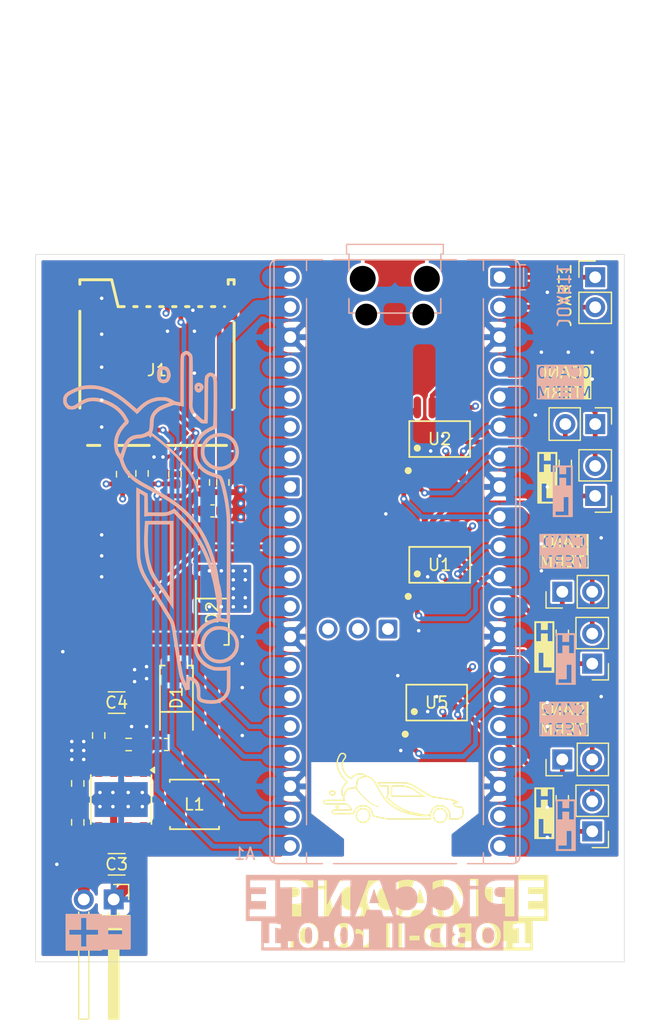
<source format=kicad_pcb>
(kicad_pcb (version 20241229) (generator "pcbnew") (generator_version "9.0")
  (layers (0 "F.Cu" signal) (4 "In1.Cu" signal) (6 "In2.Cu" signal) (2 "B.Cu" signal) (13 "F.Paste" user) (15 "B.Paste" user) (5 "F.SilkS" user "F.Silkscreen") (7 "B.SilkS" user "B.Silkscreen") (1 "F.Mask" user) (3 "B.Mask" user) (25 "Edge.Cuts" user))
  (net 0 "")
  (net 1 "CAN_LOW_PWR")
  (net 2 "GND")
  (net 3 "CAN2TX")
  (net 8 "Net-(A1-GPIO26_ADC0)")
  (net 9 "VSYS")
  (net 10 "Net-(A1-GPIO18)")
  (net 12 "Net-(A1-GPIO1)")
  (net 13 "Net-(A1-GPIO19)")
  (net 16 "Net-(A1-GPIO17)")
  (net 17 "CAN0RX")
  (net 18 "CAN2RX")
  (net 19 "CAN1RX")
  (net 25 "CAN0TX")
  (net 27 "Net-(A1-GPIO0)")
  (net 28 "+3.3V")
  (net 29 "CAN1TX")
  (net 30 "Net-(A1-GPIO16)")
  (net 35 "Net-(D1-K)")
  (net 36 "Net-(U4-BOOT)")
  (net 37 "VBATT")
  (net 38 "Net-(D2-A)")
  (net 39 "CAN0H")
  (net 40 "CAN0L")
  (net 41 "CAN1H")
  (net 42 "CAN1L")
  (net 43 "CAN2L")
  (net 44 "CAN2H")
  (net 45 "Net-(JCAN2Term1-Pin_1)")
  (net 46 "Net-(JCAN2Term2-Pin_1)")
  (net 47 "Net-(J1-DAT2)")
  (net 48 "Net-(J1-DAT1)")
  (net 49 "Net-(U4-VSENSE)")
  (net 50 "Net-(JCAN2Term0-Pin_2)")
  (footprint "Resistor_SMD:R_0603_1608Metric" (layer "F.Cu") (at 106.042 76.581 90)
    (property "Reference" "R8" (hide yes))
    (property "Value" "10K" (hide yes))
  )
  (footprint "EasyEDA:SMA_L4.4-W2.6-LS5.0-RD" (layer "F.Cu") (at 112.014 88.392 -90)
    (property "Reference" "D2")
    (property "Value" "B340A" (hide yes))
  )
  (footprint "EasyEDA:IND-SMD_L4.0-W4.0" (layer "F.Cu") (at 110.49 104.648 180)
    (property "Reference" "L1")
    (property "Value" "15µH" (hide yes))
  )
  (footprint "Resistor_SMD:R_0603_1608Metric" (layer "F.Cu") (at 141.732 104.14 90)
    (property "Reference" "R5" (hide yes))
    (property "Value" "120" (hide yes))
  )
  (footprint "Connector_PinHeader_2.54mm:PinHeader_1x02_P2.54mm_Vertical" (layer "F.Cu") (at 141.732 86.614 90)
    (property "Reference" "JCAN2Term1" (hide yes))
    (property "Value" "~")
  )
  (footprint "Connector_PinHeader_2.54mm:PinHeader_1x02_P2.54mm_Vertical" (layer "F.Cu") (at 144.272 106.934 180)
    (property "Reference" "JCAN2" (hide yes))
    (property "Value" "~")
  )
  (footprint "Capacitor_SMD:C_1206_3216Metric" (layer "F.Cu") (at 103.886 96.012)
    (property "Reference" "C4")
    (property "Value" "220uF" (hide yes))
  )
  (footprint "EasyEDA:SOP-8_L4.9-W3.9-P1.27-LS6.0-BL-1" (layer "F.Cu") (at 131.318 84.328)
    (property "Reference" "U1")
    (property "Value" "TCAN3413DR")
  )
  (footprint "Resistor_SMD:R_0603_1608Metric" (layer "F.Cu") (at 104.394 76.644 90)
    (property "Reference" "R7" (hide yes))
    (property "Value" "10K" (hide yes))
  )
  (footprint "Resistor_SMD:R_0603_1608Metric" (layer "F.Cu") (at 108.836 76.644 90)
    (property "Reference" "R9" (hide yes))
    (property "Value" "10K" (hide yes))
  )
  (footprint "Connector_PinHeader_2.54mm:PinHeader_1x02_P2.54mm_Horizontal" (layer "F.Cu") (at 103.637 112.709 -90)
    (property "Reference" "JPWR1" (hide yes))
    (property "Value" "~")
  )
  (footprint "Capacitor_SMD:C_0603_1608Metric" (layer "F.Cu") (at 108.09 99.568)
    (property "Reference" "C2" (hide yes))
    (property "Value" "0.01µF" (hide yes))
  )
  (footprint "Package_SO:TI_SO-PowerPAD-8_ThermalVias" (layer "F.Cu") (at 104.267 104.234 -90)
    (property "Reference" "U4" (hide yes))
    (property "Value" "TPS5430DDA" (hide yes))
  )
  (footprint "Connector_PinHeader_2.54mm:PinHeader_1x02_P2.54mm_Vertical" (layer "F.Cu") (at 144.526 59.939)
    (property "Reference" "JUART1")
    (property "Value" "~")
  )
  (footprint "Resistor_SMD:R_0603_1608Metric" (layer "F.Cu") (at 102.362 98.806 90)
    (property "Reference" "R12" (hide yes))
    (property "Value" "10k" (hide yes))
  )
  (footprint "LOGO" (layer "F.Cu") (at 127.381 103.251)
    (property "Reference" "G***" (hide yes))
    (property "Value" "LOGO" (hide yes))
  )
  (footprint "EasyEDA:SOP-8_L4.9-W3.9-P1.27-LS6.0-BL-1" (layer "F.Cu") (at 131.064 96.012)
    (property "Reference" "U5")
    (property "Value" "TCAN3413DR")
  )
  (footprint "Resistor_SMD:R_0603_1608Metric" (layer "F.Cu") (at 104.902 99.568)
    (property "Reference" "R13" (hide yes))
    (property "Value" "4k" (hide yes))
  )
  (footprint "Resistor_SMD:R_0603_1608Metric" (layer "F.Cu") (at 111.252 77.343 90)
    (property "Reference" "R10" (hide yes))
    (property "Value" "10K")
  )
  (footprint "EasyEDA:SOP-8_L4.9-W3.9-P1.27-LS6.0-BL-1" (layer "F.Cu") (at 131.318 73.66)
    (property "Reference" "U2")
    (property "Value" "TCAN3413DR")
  )
  (footprint "EasyEDA:TF-SMD_503398-1892" (layer "F.Cu") (at 107.312 67.93)
    (property "Reference" "J1")
    (property "Value" "Micro_SD_Card")
  )
  (footprint "Resistor_SMD:R_0603_1608Metric" (layer "F.Cu") (at 112.903 77.343 90)
    (property "Reference" "R11" (hide yes))
    (property "Value" "10K" (hide yes))
  )
  (footprint "Resistor_SMD:R_0603_1608Metric" (layer "F.Cu") (at 141.986 75.692 90)
    (property "Reference" "R2" (hide yes))
    (property "Value" "120")
  )
  (footprint "Capacitor_SMD:C_1206_3216Metric" (layer "F.Cu") (at 103.886 109.728)
    (property "Reference" "C3")
    (property "Value" "10µF")
  )
  (footprint "Connector_PinHeader_2.54mm:PinHeader_1x02_P2.54mm_Vertical" (layer "F.Cu") (at 141.732 100.838 90)
    (property "Reference" "JCAN2Term2" (hide yes))
    (property "Value" "~")
  )
  (footprint "Capacitor_SMD:C_0603_1608Metric" (layer "F.Cu") (at 112.027 79.756 180)
    (property "Reference" "C1" (hide yes))
    (property "Value" "10µF" (hide yes))
  )
  (footprint "Connector_PinHeader_2.54mm:PinHeader_1x02_P2.54mm_Vertical" (layer "F.Cu") (at 144.272 92.71 180)
    (property "Reference" "JCAN1" (hide yes))
    (property "Value" "~")
  )
  (footprint "Connector_PinHeader_2.54mm:PinHeader_1x02_P2.54mm_Vertical" (layer "F.Cu") (at 144.526 78.486 180)
    (property "Reference" "JCAN0" (hide yes))
    (property "Value" "~")
  )
  (footprint "Resistor_SMD:R_0603_1608Metric" (layer "F.Cu") (at 100.584 106.172 90)
    (property "Reference" "R15" (hide yes))
    (property "Value" "100k" (hide yes))
  )
  (footprint "Resistor_SMD:R_0603_1608Metric" (layer "F.Cu") (at 141.732 90.107 90)
    (property "Reference" "R1" (hide yes))
    (property "Value" "120")
  )
  (footprint "EasyEDA:SMA_L4.4-W2.6-LS5.0-RD" (layer "F.Cu") (at 108.966 95.6 90)
    (property "Reference" "D1")
    (property "Value" "B340A")
  )
  (footprint "Resistor_SMD:R_0603_1608Metric" (layer "F.Cu") (at 100.584 102.87 90)
    (property "Reference" "R14" (hide yes))
    (property "Value" "10k" (hide yes))
  )
  (footprint "Connector_PinHeader_2.54mm:PinHeader_1x02_P2.54mm_Vertical" (layer "F.Cu") (at 144.531 72.39 -90)
    (property "Reference" "JCAN2Term0" (hide yes))
    (property "Value" "~")
  )
  (footprint "LOGO" (layer "B.Cu") (at 106.807 81.153 -90)
    (property "Reference" "G***" (hide yes))
    (property "Value" "LOGO" (hide yes))
  )
  (footprint "PiCO_CUSTOM_KEEPOUT:RaspberryPi_Pico_W_SMD_THT_COMBO_CUSTOM_KEEPOUT" (layer "B.Cu") (at 127.508 84.074 180)
    (property "Reference" "A1")
    (property "Value" "RaspberryPi_Pico_W")
  )
  (gr_rect (start 99.717 114.099) (end 99.717 116.859) (stroke (width 0.1)) (fill no) (layer "F.SilkS"))
  (gr_rect (start 102.362 114.0725) (end 105.024 115.0355) (stroke (width 0.1)) (fill yes) (layer "F.SilkS"))
  (gr_rect (start 99.717 116.859) (end 102.367 116.859) (stroke (width 0.1)) (fill no) (layer "F.SilkS"))
  (gr_rect (start 99.717 114.0725) (end 102.362 114.099) (stroke (width 0.1)) (fill no) (layer "F.SilkS"))
  (gr_rect (start 102.362 116.0515) (end 105.024 116.8325) (stroke (width 0.1)) (fill yes) (layer "F.SilkS"))
  (gr_rect (start 104.648 115.062) (end 105.029 116.078) (stroke (width 0.1)) (fill yes) (layer "F.SilkS"))
  (gr_rect (start 102.367 114.099) (end 105.029 115.062) (stroke (width 0.1)) (fill yes) (layer "F.SilkS"))
  (gr_rect (start 104.643 115.0355) (end 105.024 116.0515) (stroke (width 0.1)) (fill yes) (layer "F.SilkS"))
  (gr_rect (start 102.367 116.078) (end 105.029 116.859) (stroke (width 0.1)) (fill yes) (layer "F.SilkS"))
  (gr_rect (start 102.362 115.062) (end 102.87 116.078) (stroke (width 0.1)) (fill yes) (layer "F.SilkS"))
  (gr_rect (start 102.357 115.0355) (end 102.865 116.0515) (stroke (width 0.1)) (fill yes) (layer "F.SilkS"))
  (gr_rect (start 102.367 115.9245) (end 105.029 116.8875) (stroke (width 0.1)) (fill yes) (layer "B.SilkS"))
  (gr_rect (start 102.362 114.154) (end 105.024 114.935) (stroke (width 0.1)) (fill yes) (layer "B.SilkS"))
  (gr_rect (start 102.362 114.9085) (end 102.87 115.9245) (stroke (width 0.1)) (fill yes) (layer "B.SilkS"))
  (gr_rect (start 104.648 114.9085) (end 105.029 115.9245) (stroke (width 0.1)) (fill yes) (layer "B.SilkS"))
  (gr_rect (start 102.367 114.1275) (end 105.029 114.9085) (stroke (width 0.1)) (fill yes) (layer "B.SilkS"))
  (gr_rect (start 99.717 116.8875) (end 102.362 116.914) (stroke (width 0.1)) (fill no) (layer "B.SilkS"))
  (gr_rect (start 99.717 114.1275) (end 102.367 114.1275) (stroke (width 0.1)) (fill no) (layer "B.SilkS"))
  (gr_rect (start 104.643 114.935) (end 105.024 115.951) (stroke (width 0.1)) (fill yes) (layer "B.SilkS"))
  (gr_rect (start 99.717 114.1275) (end 99.717 116.8875) (stroke (width 0.1)) (fill no) (layer "B.SilkS"))
  (gr_rect (start 102.362 115.951) (end 105.024 116.914) (stroke (width 0.1)) (fill yes) (layer "B.SilkS"))
  (gr_rect (start 102.357 114.935) (end 102.865 115.951) (stroke (width 0.1)) (fill yes) (layer "B.SilkS"))
  (gr_line (start 97 58) (end 147 58) (stroke (width 0.05)) (layer "Edge.Cuts"))
  (gr_line (start 97 118) (end 97 58) (stroke (width 0.05)) (layer "Edge.Cuts"))
  (gr_line (start 147 58) (end 147 118) (stroke (width 0.05)) (layer "Edge.Cuts"))
  (gr_line (start 147 118) (end 97 118) (stroke (width 0.05)) (layer "Edge.Cuts"))
  (gr_text "-" (at 103.754 115.5435 0) (layer "F.SilkS" knockout) (effects (font (size 2.8 2.8) (thickness 0.2) (bold yes))))
  (gr_text "H\nL" (at 140.208 105.537 0) (layer "F.SilkS" knockout) (effects (font (size 1.5 1.5) (thickness 0.2) (bold yes))))
  (gr_text "H\nL" (at 140.208 91.44 0) (layer "F.SilkS" knockout) (effects (font (size 1.5 1.5) (thickness 0.2) (bold yes))))
  (gr_text "H\nL" (at 140.462 77.089 0) (layer "F.SilkS" knockout) (effects (font (size 1.5 1.5) (thickness 0.2) (bold yes))))
  (gr_text "OBD-II r0.0.1" (at 118.744998 115.951 0) (layer "F.SilkS" knockout) (effects (font (size 2 2) (thickness 0.2) (bold yes)) (justify left)))
  (gr_text "CAN1\nTERM" (at 140.081 84.709 0) (layer "F.SilkS" knockout) (effects (font (size 1 1) (thickness 0.1)) (justify left bottom)))
  (gr_text "CAN0\nTERM" (at 140.309441 70.358 0) (layer "F.SilkS" knockout) (effects (font (size 1 1) (thickness 0.1)) (justify left bottom)))
  (gr_text "+" (at 101.092 115.57 0) (layer "F.SilkS" knockout) (effects (font (size 2.8 2.8) (thickness 0.2) (bold yes))))
  (gr_text "-" (at 103.759 115.57 0) (layer "F.SilkS" knockout) (effects (font (size 2.8 2.8) (thickness 0.2) (bold yes))))
  (gr_text "PiCCANTE ️️️️" (at 117.347998 112.903 0) (layer "F.SilkS" knockout) (effects (font (size 3 3) (thickness 0.2) (bold yes)) (justify left)))
  (gr_text "+" (at 101.087 115.5435 0) (layer "F.SilkS" knockout) (effects (font (size 2.8 2.8) (thickness 0.2) (bold yes))))
  (gr_text "CAN2\nTERM" (at 140.081 98.933 0) (layer "F.SilkS" knockout) (effects (font (size 1 1) (thickness 0.1)) (justify left bottom)))
  (gr_text "-" (at 103.759 115.4165 180) (layer "B.SilkS" knockout) (effects (font (size 2.8 2.8) (thickness 0.2) (bold yes)) (justify mirror)))
  (gr_text "JUART1" (at 141.773038 61.468 -90) (layer "B.SilkS") (effects (font (size 1 1)) (justify mirror)))
  (gr_text "H\nL" (at 142.027038 106.553 -0) (layer "B.SilkS" knockout) (effects (font (size 1.5 1.5) (thickness 0.2) (bold yes)) (justify mirror)))
  (gr_text "H\nL" (at 141.773038 78.232 -0) (layer "B.SilkS" knockout) (effects (font (size 1.5 1.5) (thickness 0.2) (bold yes)) (justify mirror)))
  (gr_text "CAN0\nTERM" (at 143.449597 70.358 -0) (layer "B.SilkS" knockout) (effects (font (size 1 1) (thickness 0.1)) (justify left bottom mirror)))
  (gr_text "-" (at 103.754 115.443 180) (layer "B.SilkS" knockout) (effects (font (size 2.8 2.8) (thickness 0.2) (bold yes)) (justify mirror)))
  (gr_text "+" (at 101.092 115.4165 180) (layer "B.SilkS" knockout) (effects (font (size 2.8 2.8) (thickness 0.2) (bold yes)) (justify mirror)))
  (gr_text "+" (at 101.087 115.443 180) (layer "B.SilkS" knockout) (effects (font (size 2.8 2.8) (thickness 0.2) (bold yes)) (justify mirror)))
  (gr_text "CAN2\nTERM" (at 143.678038 98.933 -0) (layer "B.SilkS" knockout) (effects (font (size 1 1) (thickness 0.1)) (justify left bottom mirror)))
  (gr_text "PiCCANTE ️️️️" (at 138.049 112.903 0) (layer "B.SilkS" knockout) (effects (font (size 3 3) (thickness 0.2) (bold yes)) (justify left mirror)))
  (gr_text "CAN1\nTERM" (at 143.678038 84.709 -0) (layer "B.SilkS" knockout) (effects (font (size 1 1) (thickness 0.1)) (justify left bottom mirror)))
  (gr_text "OBD-II r0.0.1" (at 136.652 115.951 0) (layer "B.SilkS" knockout) (effects (font (size 2 2) (thickness 0.2) (bold yes)) (justify left mirror)))
  (gr_text "H\nL" (at 142.027038 92.456 -0) (layer "B.SilkS" knockout) (effects (font (size 1.5 1.5) (thickness 0.2) (bold yes)) (justify mirror)))
  (segment (start 129.418 80.132) (end 129.418 81.648) (width 0.4) (layer "F.Cu") (net 1))
  (segment (start 128.27 92.438) (end 129.164 93.332) (width 0.4) (layer "F.Cu") (net 1))
  (segment (start 128.27 78.984) (end 129.418 80.132) (width 0.4) (layer "F.Cu") (net 1))
  (segment (start 128.27 72.128) (end 129.418 70.98) (width 0.4) (layer "F.Cu") (net 1))
  (segment (start 128.27 78.74) (end 128.27 92.438) (width 0.4) (layer "F.Cu") (net 1))
  (segment (start 128.27 78.74) (end 128.27 78.984) (width 0.4) (layer "F.Cu") (net 1))
  (segment (start 128.27 78.74) (end 128.27 72.128) (width 0.4) (layer "F.Cu") (net 1))
  (via (at 128.27 78.74) (size 0.6) (drill 0.3) (layers "F.Cu" "B.Cu") (net 1))
  (segment (start 128.27 78.74) (end 129.789 80.259) (width 0.4) (layer "B.Cu") (net 1))
  (segment (start 129.789 80.259) (end 136.403 80.259) (width 0.4) (layer "B.Cu") (net 1))
  (segment (start 103.632 106.934) (end 103.632 104.869) (width 0.6) (layer "F.Cu") (net 2))
  (segment (start 107.058 75.184) (end 107.058 74.554) (width 0.4) (layer "F.Cu") (net 2))
  (segment (start 130.434 96.906) (end 130.302 96.774) (width 0.4) (layer "F.Cu") (net 2))
  (segment (start 107.82 75.184) (end 107.82 74.608) (width 0.4) (layer "F.Cu") (net 2))
  (segment (start 103.632 104.869) (end 104.267 104.234) (width 0.6) (layer "F.Cu") (net 2))
  (segment (start 130.688 87.008) (end 130.688 85.73) (width 0.4) (layer "F.Cu") (net 2))
  (segment (start 110.392 61.66) (end 110.392 62.706) (width 0.4) (layer "F.Cu") (net 2))
  (segment (start 110.392 62.706) (end 110.36 62.738) (width 0.4) (layer "F.Cu") (net 2))
  (segment (start 105.361 110.985) (end 103.637 112.709) (width 1) (layer "F.Cu") (net 2))
  (segment (start 107.82 74.608) (end 107.412 74.2) (width 0.4) (layer "F.Cu") (net 2))
  (segment (start 130.434 98.692) (end 130.434 96.906) (width 0.4) (layer "F.Cu") (net 2))
  (segment (start 130.688 74.808) (end 130.556 74.676) (width 0.4) (layer "F.Cu") (net 2))
  (segment (start 130.688 76.34) (end 130.688 74.808) (width 0.4) (layer "F.Cu") (net 2))
  (segment (start 107.058 74.554) (end 107.412 74.2) (width 0.4) (layer "F.Cu") (net 2))
  (segment (start 105.361 109.728) (end 105.361 110.985) (width 1) (layer "F.Cu") (net 2))
  (segment (start 130.688 85.73) (end 130.302 85.344) (width 0.4) (layer "F.Cu") (net 2))
  (via (at 110.36 62.738) (size 0.6) (drill 0.3) (layers "F.Cu" "B.Cu") (net 2))
  (via (at 110.49 64.516) (size 0.6) (drill 0.3) (layers "F.Cu" "B.Cu") (net 2))
  (via (at 102.616 85.344) (size 0.6) (drill 0.3) (layers "F.Cu" "B.Cu") (net 2))
  (via (at 101.092 100.838) (size 0.6) (drill 0.3) (layers "F.Cu" "B.Cu") (net 2))
  (via (at 145.034 82.042) (size 0.6) (drill 0.3) (layers "F.Cu" "B.Cu") (net 2))
  (via (at 106.426 98.044) (size 0.6) (drill 0.3) (layers "F.Cu" "B.Cu") (net 2))
  (via (at 101.092 100.076) (size 0.6) (drill 0.3) (layers "F.Cu" "B.Cu") (net 2))
  (via (at 105.41 94.234) (size 0.6) (drill 0.3) (layers "F.Cu" "B.Cu") (net 2))
  (via (at 131.572 73.406) (size 0.6) (drill 0.3) (layers "F.Cu" "B.Cu") (net 2))
  (via (at 102.616 70.358) (size 0.6) (drill 0.3) (layers "F.Cu" "B.Cu") (net 2))
  (via (at 130.556 74.676) (size 0.6) (drill 0.3) (layers "F.Cu" "B.Cu") (net 2))
  (via (at 100.076 100.076) (size 0.6) (drill 0.3) (layers "F.Cu" "B.Cu") (net 2))
  (via (at 139.446 71.628) (size 0.6) (drill 0.3) (layers "F.Cu" "B.Cu") (net 2))
  (via (at 108.204 64.516) (size 0.6) (drill 0.3) (layers "F.Cu" "B.Cu") (net 2))
  (via (at 128.016 100.076) (size 0.6) (drill 0.3) (layers "F.Cu" "B.Cu") (net 2))
  (via (at 130.302 96.774) (size 0.6) (drill 0.3) (layers "F.Cu" "B.Cu") (net 2))
  (via (at 106.426 93.98) (size 0.6) (drill 0.3) (layers "F.Cu" "B.Cu") (net 2))
  (via (at 102.616 61.722) (size 0.6) (drill 0.3) (layers "F.Cu" "B.Cu") (net 2))
  (via (at 114.554 90.424) (size 0.6) (drill 0.3) (layers "F.Cu" "B.Cu") (net 2))
  (via (at 102.616 64.77) (size 0.6) (drill 0.3) (layers "F.Cu" "B.Cu") (net 2))
  (via (at 131.318 83.566) (size 0.6) (drill 0.3) (layers "F.Cu" "B.Cu") (net 2))
  (via (at 130.302 85.344) (size 0.6) (drill 0.3) (layers "F.Cu" "B.Cu") (net 2))
  (via (at 140.462 61.214) (size 0.6) (drill 0.3) (layers "F.Cu" "B.Cu") (net 2))
  (via (at 140.462 96.012) (size 0.6) (drill 0.3) (layers "F.Cu" "B.Cu") (net 2))
  (via (at 127.762 93.726) (size 0.6) (drill 0.3) (layers "F.Cu" "B.Cu") (net 2))
  (via (at 142.24 66.294) (size 0.6) (drill 0.3) (layers "F.Cu" "B.Cu") (net 2))
  (via (at 98.806 109.728) (size 0.6) (drill 0.3) (layers "F.Cu" "B.Cu") (net 2))
  (via (at 107.82 75.184) (size 0.6) (drill 0.3) (layers "F.Cu" "B.Cu") (net 2))
  (via (at 105.41 93.218) (size 0.6) (drill 0.3) (layers "F.Cu" "B.Cu") (net 2))
  (via (at 102.616 72.644) (size 0.6) (drill 0.3) (layers "F.Cu" "B.Cu") (net 2))
  (via (at 129.54 89.916) (size 0.6) (drill 0.3) (layers "F.Cu" "B.Cu") (net 2))
  (via (at 100.076 100.838) (size 0.6) (drill 0.3) (layers "F.Cu" "B.Cu") (net 2))
  (via (at 114.554 94.742) (size 0.6) (drill 0.3) (layers "F.Cu" "B.Cu") (net 2))
  (via (at 131.064 95.504) (size 0.6) (drill 0.3) (layers "F.Cu" "B.Cu") (net 2))
  (via (at 110.49 68.072) (size 0.6) (drill 0.3) (layers "F.Cu" "B.Cu") (net 2))
  (via (at 100.076 99.314) (size 0.6) (drill 0.3) (layers "F.Cu" "B.Cu") (net 2))
  (via (at 101.092 99.314) (size 0.6) (drill 0.3) (layers "F.Cu" "B.Cu") (net 2))
  (via (at 140.462 77.724) (size 0.6) (drill 0.3) (layers "F.Cu" "B.Cu") (net 2))
  (via (at 114.554 98.806) (size 0.6) (drill 0.3) (layers "F.Cu" "B.Cu") (net 2))
  (via (at 140.462 98.044) (size 0.6) (drill 0.3) (layers "F.Cu" "B.Cu") (net 2))
  (via (at 126.746 80.01) (size 0.6) (drill 0.3) (layers "F.Cu" "B.Cu") (net 2))
  (via (at 140.462 107.442) (size 0.6) (drill 0.3) (layers "F.Cu" "B.Cu") (net 2))
  (via (at 102.616 83.566) (size 0.6) (drill 0.3) (layers "F.Cu" "B.Cu") (net 2))
  (via (at 140.462 104.902) (size 0.6) (drill 0.3) (layers "F.Cu" "B.Cu") (net 2))
  (via (at 145.034 95.504) (size 0.6) (drill 0.3) (layers "F.Cu" "B.Cu") (net 2))
  (via (at 139.954 82.55) (size 0.6) (drill 0.3) (layers "F.Cu" "B.Cu") (net 2))
  (via (at 139.954 66.294) (size 0.6) (drill 0.3) (layers "F.Cu" "B.Cu") (net 2))
  (via (at 102.616 67.564) (size 0.6) (drill 0.3) (layers "F.Cu" "B.Cu") (net 2))
  (via (at 106.426 92.964) (size 0.6) (drill 0.3) (layers "F.Cu" "B.Cu") (net 2))
  (via (at 144.272 66.294) (size 0.6) (drill 0.3) (layers "F.Cu" "B.Cu") (net 2))
  (via (at 110.49 71.628) (size 0.6) (drill 0.3) (layers "F.Cu" "B.Cu") (net 2))
  (via (at 99.314 91.694) (size 0.6) (drill 0.3) (layers "F.Cu" "B.Cu") (net 2))
  (via (at 139.954 84.836) (size 0.6) (drill 0.3) (layers "F.Cu" "B.Cu") (net 2))
  (via (at 114.554 92.71) (size 0.6) (drill 0.3) (layers "F.Cu" "B.Cu") (net 2))
  (via (at 144.272 68.58) (size 0.6) (drill 0.3) (layers "F.Cu" "B.Cu") (net 2))
  (via (at 105.156 98.044) (size 0.6) (drill 0.3) (layers "F.Cu" "B.Cu") (net 2))
  (via (at 102.616 81.788) (size 0.6) (drill 0.3) (layers "F.Cu" "B.Cu") (net 2))
  (via (at 107.058 75.184) (size 0.6) (drill 0.3) (layers "F.Cu" "B.Cu") (net 2))
  (segment (start 129.164 99.954) (end 129.54 100.33) (width 0.4) (layer "F.Cu") (net 3))
  (segment (start 129.164 98.692) (end 129.164 99.954) (width 0.4) (layer "F.Cu") (net 3))
  (via (at 129.54 100.33) (size 0.6) (drill 0.3) (layers "F.Cu" "B.Cu") (net 3))
  (segment (start 129.794 100.584) (end 133.35 100.584) (width 0.4) (layer "B.Cu") (net 3))
  (segment (start 129.54 100.33) (end 129.794 100.584) (width 0.4) (layer "B.Cu") (net 3))
  (segment (start 134.366 97.536) (end 136.403 95.499) (width 0.4) (layer "B.Cu") (net 3))
  (segment (start 133.35 100.584) (end 134.366 99.568) (width 0.4) (layer "B.Cu") (net 3))
  (segment (start 134.366 99.568) (end 134.366 97.536) (width 0.4) (layer "B.Cu") (net 3))
  (segment (start 117.856 82.804) (end 118.11 82.804) (width 0.4) (layer "F.Cu") (net 8))
  (segment (start 99.377 103.695) (end 98.806 103.124) (width 0.4) (layer "F.Cu") (net 8))
  (segment (start 100.584 103.695) (end 99.377 103.695) (width 0.4) (layer "F.Cu") (net 8))
  (segment (start 112.268 82.804) (end 117.856 82.804) (width 0.4) (layer "F.Cu") (net 8))
  (segment (start 98.806 103.124) (end 98.806 94.996) (width 0.4) (layer "F.Cu") (net 8))
  (segment (start 118.11 82.804) (end 119.126 82.804) (width 0.4) (layer "F.Cu") (net 8))
  (segment (start 110.998 82.804) (end 112.268 82.804) (width 0.4) (layer "F.Cu") (net 8))
  (segment (start 98.806 94.996) (end 110.998 82.804) (width 0.4) (layer "F.Cu") (net 8))
  (segment (start 100.584 105.347) (end 100.584 103.695) (width 1) (layer "F.Cu") (net 8))
  (via (at 112.776 84.836) (size 0.5) (drill 0.3) (layers "F.Cu" "B.Cu") (net 9))
  (via (at 114.808 87.884) (size 0.6) (drill 0.3) (layers "F.Cu" "B.Cu") (net 9))
  (via (at 111.76 84.836) (size 0.6) (drill 0.3) (layers "F.Cu" "B.Cu") (net 9))
  (via (at 113.792 85.598) (size 0.6) (drill 0.3) (layers "F.Cu" "B.Cu") (net 9))
  (via (at 113.792 86.36) (size 0.6) (drill 0.3) (layers "F.Cu" "B.Cu") (net 9))
  (via (at 114.808 85.598) (size 0.6) (drill 0.3) (layers "F.Cu" "B.Cu") (net 9))
  (via (at 113.792 84.836) (size 0.6) (drill 0.3) (layers "F.Cu" "B.Cu") (net 9))
  (via (at 111.76 87.884) (size 0.6) (drill 0.3) (layers "F.Cu" "B.Cu") (net 9))
  (via (at 113.792 87.884) (size 0.6) (drill 0.3) (layers "F.Cu" "B.Cu") (net 9))
  (via (at 114.808 84.836) (size 0.6) (drill 0.3) (layers "F.Cu" "B.Cu") (net 9))
  (via (at 113.792 87.122) (size 0.6) (drill 0.3) (layers "F.Cu" "B.Cu") (net 9))
  (via (at 114.808 87.122) (size 0.6) (drill 0.3) (layers "F.Cu" "B.Cu") (net 9))
  (via (at 112.776 87.884) (size 0.6) (drill 0.3) (layers "F.Cu" "B.Cu") (net 9))
  (segment (start 113.03 65.278) (end 113.03 86.36) (width 1.2) (layer "B.Cu") (net 9))
  (segment (start 115.824 62.484) (end 113.03 65.278) (width 1.2) (layer "B.Cu") (net 9))
  (segment (start 118.11 62.484) (end 115.824 62.484) (width 1.2) (layer "B.Cu") (net 9))
  (segment (start 109.344 63.754) (end 109.344 61.712) (width 0.4) (layer "F.Cu") (net 10))
  (segment (start 109.344 61.712) (end 109.292 61.66) (width 0.4) (layer "F.Cu") (net 10))
  (via (at 109.344 63.754) (size 0.6) (drill 0.3) (layers "F.Cu" "B.Cu") (net 10))
  (segment (start 119.088 100.584) (end 114.678 100.584) (width 0.4) (layer "B.Cu") (net 10))
  (segment (start 109.598 95.504) (end 109.598 64.008) (width 0.4) (layer "B.Cu") (net 10))
  (segment (start 109.598 64.008) (end 109.344 63.754) (width 0.4) (layer "B.Cu") (net 10))
  (segment (start 114.678 100.584) (end 109.598 95.504) (width 0.4) (layer "B.Cu") (net 10))
  (segment (start 144.526 62.479) (end 136.403 62.479) (width 0.4) (layer "F.Cu") (net 12))
  (segment (start 108.836 66.294) (end 108.836 71.374) (width 0.4) (layer "F.Cu") (net 13))
  (segment (start 108.836 74.93) (end 110.614 73.152) (width 0.4) (layer "F.Cu") (net 13))
  (segment (start 107.092 61.66) (end 107.092 64.55) (width 0.4) (layer "F.Cu") (net 13))
  (segment (start 110.614 73.152) (end 108.836 71.374) (width 0.4) (layer "F.Cu") (net 13))
  (segment (start 107.092 64.55) (end 108.836 66.294) (width 0.4) (layer "F.Cu") (net 13))
  (segment (start 108.836 75.819) (end 108.836 74.93) (width 0.4) (layer "F.Cu") (net 13))
  (via (at 110.614 73.152) (size 0.6) (drill 0.3) (layers "F.Cu" "B.Cu") (net 13))
  (segment (start 115.186 98.044) (end 110.614 93.472) (width 0.4) (layer "B.Cu") (net 13))
  (segment (start 110.614 93.472) (end 110.614 73.152) (width 0.4) (layer "B.Cu") (net 13))
  (segment (start 119.088 98.044) (end 115.186 98.044) (width 0.4) (layer "B.Cu") (net 13))
  (segment (start 107.82 72.898) (end 107.312 72.898) (width 0.4) (layer "F.Cu") (net 16))
  (segment (start 106.042 61.71) (end 105.992 61.66) (width 0.4) (layer "F.Cu") (net 16))
  (segment (start 107.312 72.898) (end 106.042 71.628) (width 0.4) (layer "F.Cu") (net 16))
  (segment (start 106.042 75.756) (end 106.042 71.628) (width 0.4) (layer "F.Cu") (net 16))
  (segment (start 106.042 71.628) (end 106.042 61.71) (width 0.4) (layer "F.Cu") (net 16))
  (via (at 107.82 72.898) (size 0.6) (drill 0.3) (layers "F.Cu" "B.Cu") (net 16))
  (segment (start 108.582 99.822) (end 108.582 73.66) (width 0.4) (layer "B.Cu") (net 16))
  (segment (start 108.582 73.66) (end 107.82 72.898) (width 0.4) (layer "B.Cu") (net 16))
  (segment (start 119.088 105.664) (end 114.424 105.664) (width 0.4) (layer "B.Cu") (net 16))
  (segment (start 114.424 105.664) (end 108.582 99.822) (width 0.4) (layer "B.Cu") (net 16))
  (segment (start 133.228 76.34) (end 133.228 74.798) (width 0.4) (layer "F.Cu") (net 17))
  (segment (start 133.228 74.798) (end 133.35 74.676) (width 0.4) (layer "F.Cu") (net 17))
  (via (at 133.35 74.676) (size 0.6) (drill 0.3) (layers "F.Cu" "B.Cu") (net 17))
  (segment (start 136.403 72.639) (end 136.398 72.644) (width 0.4) (layer "B.Cu") (net 17))
  (segment (start 135.382 72.644) (end 133.35 74.676) (width 0.4) (layer "B.Cu") (net 17))
  (segment (start 136.398 72.644) (end 135.382 72.644) (width 0.4) (layer "B.Cu") (net 17))
  (segment (start 132.974 98.692) (end 132.974 97.16) (width 0.4) (layer "F.Cu") (net 18))
  (segment (start 132.974 97.16) (end 132.842 97.028) (width 0.4) (layer "F.Cu") (net 18))
  (via (at 132.842 97.028) (size 0.6) (drill 0.3) (layers "F.Cu" "B.Cu") (net 18))
  (segment (start 132.842 96.52) (end 136.403 92.959) (width 0.4) (layer "B.Cu") (net 18))
  (segment (start 132.842 97.028) (end 132.842 96.52) (width 0.4) (layer "B.Cu") (net 18))
  (segment (start 133.228 87.008) (end 133.228 85.476) (width 0.4) (layer "F.Cu") (net 19))
  (segment (start 133.228 85.476) (end 132.842 85.09) (width 0.4) (layer "F.Cu") (net 19))
  (via (at 132.842 85.09) (size 0.6) (drill 0.3) (layers "F.Cu" "B.Cu") (net 19))
  (segment (start 135.133 82.799) (end 136.403 82.799) (width 0.4) (layer "B.Cu") (net 19))
  (segment (start 132.842 85.09) (end 135.133 82.799) (width 0.4) (layer "B.Cu") (net 19))
  (segment (start 129.418 76.34) (end 129.418 77.602) (width 0.4) (layer "F.Cu") (net 25))
  (segment (start 129.418 77.602) (end 130.048 78.232) (width 0.4) (layer "F.Cu") (net 25))
  (via (at 130.048 78.232) (size 0.6) (drill 0.3) (layers "F.Cu" "B.Cu") (net 25))
  (segment (start 132.334 78.232) (end 130.048 78.232) (width 0.4) (layer "B.Cu") (net 25))
  (segment (start 135.387 75.179) (end 132.334 78.232) (width 0.4) (layer "B.Cu") (net 25))
  (segment (start 136.403 75.179) (end 135.387 75.179) (width 0.4) (layer "B.Cu") (net 25))
  (segment (start 144.526 59.939) (end 136.403 59.939) (width 0.4) (layer "F.Cu") (net 27))
  (segment (start 133.744 93.332) (end 134.112 92.964) (width 0.4) (layer "F.Cu") (net 28))
  (segment (start 112.802 79.756) (end 112.802 78.269) (width 0.4) (layer "F.Cu") (net 28))
  (segment (start 108.836 77.469) (end 107.442 77.469) (width 0.4) (layer "F.Cu") (net 28))
  (segment (start 104.394 77.469) (end 102.998 77.469) (width 0.4) (layer "F.Cu") (net 28))
  (segment (start 105.979 77.469) (end 106.042 77.406) (width 0.4) (layer "F.Cu") (net 28))
  (segment (start 131.704 98.692) (end 131.704 96.906) (width 0.4) (layer "F.Cu") (net 28))
  (segment (start 134.252 70.98) (end 134.366 70.866) (width 0.4) (layer "F.Cu") (net 28))
  (segment (start 102.998 77.469) (end 102.997 77.47) (width 0.4) (layer "F.Cu") (net 28))
  (segment (start 108.192 61.66) (end 108.192 62.874) (width 0.4) (layer "F.Cu") (net 28))
  (segment (start 133.228 81.648) (end 133.49 81.648) (width 0.4) (layer "F.Cu") (net 28))
  (segment (start 112.802 78.269) (end 112.903 78.168) (width 0.4) (layer "F.Cu") (net 28))
  (segment (start 111.252 78.168) (end 112.903 78.168) (width 0.4) (layer "F.Cu") (net 28))
  (segment (start 131.958 74.808) (end 131.826 74.676) (width 0.4) (layer "F.Cu") (net 28))
  (segment (start 104.394 77.469) (end 105.979 77.469) (width 0.4) (layer "F.Cu") (net 28))
  (segment (start 107.442 77.469) (end 106.105 77.469) (width 0.4) (layer "F.Cu") (net 28))
  (segment (start 131.958 85.73) (end 131.572 85.344) (width 0.4) (layer "F.Cu") (net 28))
  (segment (start 131.704 96.906) (end 131.572 96.774) (width 0.4) (layer "F.Cu") (net 28))
  (segment (start 133.228 70.98) (end 134.252 70.98) (width 0.4) (layer "F.Cu") (net 28))
  (segment (start 131.958 76.34) (end 131.958 74.808) (width 0.4) (layer "F.Cu") (net 28))
  (segment (start 106.105 77.469) (end 106.042 77.406) (width 0.4) (layer "F.Cu") (net 28))
  (segment (start 132.974 93.332) (end 133.744 93.332) (width 0.4) (layer "F.Cu") (net 28))
  (segment (start 131.958 87.008) (end 131.958 85.73) (width 0.4) (layer "F.Cu") (net 28))
  (segment (start 108.192 62.874) (end 108.074 62.992) (width 0.4) (layer "F.Cu") (net 28))
  (segment (start 104.394 77.469) (end 104.394 78.74) (width 0.4) (layer "F.Cu") (net 28))
  (segment (start 133.49 81.648) (end 134.112 81.026) (width 0.4) (layer "F.Cu") (net 28))
  (via (at 114.427 80.264) (size 0.6) (drill 0.3) (layers "F.Cu" "B.Cu") (net 28))
  (via (at 131.826 74.676) (size 0.6) (drill 0.3) (layers "F.Cu" "B.Cu") (net 28))
  (via (at 134.366 70.866) (size 0.6) (drill 0.3) (layers "F.Cu" "B.Cu") (net 28))
  (via (at 134.112 92.964) (size 0.6) (drill 0.3) (layers "F.Cu" "B.Cu") (net 28))
  (via (at 104.394 78.74) (size 0.6) (drill 0.3) (layers "F.Cu" "B.Cu") (net 28))
  (via (at 108.074 62.992) (size 0.6) (drill 0.3) (layers "F.Cu" "B.Cu") (net 28))
  (via (at 114.427 77.978) (size 0.6) (drill 0.3) (layers "F.Cu" "B.Cu") (net 28))
  (via (at 131.572 85.344) (size 0.6) (drill 0.3) (layers "F.Cu" "B.Cu") (net 28))
  (via (at 134.112 81.026) (size 0.6) (drill 0.3) (layers "F.Cu" "B.Cu") (net 28))
  (via (at 114.427 79.121) (size 0.6) (drill 0.3) (layers "F.Cu" "B.Cu") (net 28))
  (via (at 107.442 77.469) (size 0.6) (drill 0.3) (layers "F.Cu" "B.Cu") (net 28))
  (via (at 131.572 96.774) (size 0.6) (drill 0.3) (layers "F.Cu" "B.Cu") (net 28))
  (via (at 102.997 77.47) (size 0.6) (drill 0.3) (layers "F.Cu" "B.Cu") (net 28))
  (segment (start 129.418 88.524) (end 129.54 88.646) (width 0.4) (layer "F.Cu") (net 29))
  (segment (start 129.418 87.008) (end 129.418 88.524) (width 0.4) (layer "F.Cu") (net 29))
  (via (at 129.54 88.646) (size 0.6) (drill 0.3) (layers "F.Cu" "B.Cu") (net 29))
  (segment (start 136.398 85.344) (end 136.403 85.339) (width 0.4) (layer "B.Cu") (net 29))
  (segment (start 134.366 86.36) (end 135.382 85.344) (width 0.4) (layer "B.Cu") (net 29))
  (segment (start 129.794 88.9) (end 133.604 88.9) (width 0.4) (layer "B.Cu") (net 29))
  (segment (start 129.54 88.646) (end 129.794 88.9) (width 0.4) (layer "B.Cu") (net 29))
  (segment (start 135.382 85.344) (end 136.398 85.344) (width 0.4) (layer "B.Cu") (net 29))
  (segment (start 133.604 88.9) (end 134.366 88.138) (width 0.4) (layer "B.Cu") (net 29))
  (segment (start 134.366 88.138) (end 134.366 86.36) (width 0.4) (layer "B.Cu") (net 29))
  (segment (start 110.363 76.962) (end 110.363 77.597) (width 0.4) (layer "F.Cu") (net 30))
  (segment (start 111.376 61.776) (end 111.492 61.66) (width 0.4) (layer "F.Cu") (net 30))
  (segment (start 111.492 76.278) (end 111.492 61.66) (width 0.4) (layer "F.Cu") (net 30))
  (segment (start 110.807 76.518) (end 110.363 76.962) (width 0.4) (layer "F.Cu") (net 30))
  (segment (start 111.252 76.518) (end 110.807 76.518) (width 0.4) (layer "F.Cu") (net 30))
  (segment (start 111.252 76.518) (end 111.492 76.278) (width 0.4) (layer "F.Cu") (net 30))
  (segment (start 110.363 77.597) (end 109.474 78.486) (width 0.4) (layer "F.Cu") (net 30))
  (segment (start 109.474 78.486) (end 107.312 78.486) (width 0.4) (layer "F.Cu") (net 30))
  (via (at 107.312 78.486) (size 0.6) (drill 0.3) (layers "F.Cu" "B.Cu") (net 30))
  (segment (start 107.312 78.486) (end 107.312 103.43) (width 0.4) (layer "B.Cu") (net 30))
  (segment (start 107.312 103.43) (end 112.086 108.204) (width 0.4) (layer "B.Cu") (net 30))
  (segment (start 112.086 108.204) (end 119.088 108.204) (width 0.4) (layer "B.Cu") (net 30))
  (segment (start 108.89 98.024) (end 108.966 97.948) (width 1) (layer "F.Cu") (net 35))
  (segment (start 108.89 104.648) (end 108.89 98.024) (width 1) (layer "F.Cu") (net 35))
  (segment (start 108.89 104.648) (end 108.89 105.156) (width 1) (layer "F.Cu") (net 35))
  (segment (start 108.89 105.156) (end 107.112 106.934) (width 1) (layer "F.Cu") (net 35))
  (segment (start 107.112 106.934) (end 106.172 106.934) (width 1) (layer "F.Cu") (net 35))
  (segment (start 106.172 100.584) (end 106.172 101.534) (width 0.4) (layer "F.Cu") (net 36))
  (segment (start 106.934 99.822) (end 106.172 100.584) (width 0.4) (layer "F.Cu") (net 36))
  (segment (start 100.584 106.997) (end 102.299 106.997) (width 1) (layer "F.Cu") (net 37))
  (segment (start 102.87 109.728) (end 102.411 109.728) (width 0.6) (layer "F.Cu") (net 37))
  (segment (start 101.097 111.042) (end 101.097 112.709) (width 1) (layer "F.Cu") (net 37))
  (segment (start 102.362 106.934) (end 102.362 109.679) (width 1) (layer "F.Cu") (net 37))
  (segment (start 102.362 109.679) (end 102.411 109.728) (width 1) (layer "F.Cu") (net 37))
  (segment (start 102.411 109.728) (end 101.097 111.042) (width 1) (layer "F.Cu") (net 37))
  (segment (start 104.902 106.934) (end 104.902 107.696) (width 0.6) (layer "F.Cu") (net 37))
  (segment (start 104.902 107.696) (end 102.87 109.728) (width 0.6) (layer "F.Cu") (net 37))
  (segment (start 102.299 106.997) (end 102.362 106.934) (width 1) (layer "F.Cu") (net 37))
  (segment (start 105.506 90.582) (end 112.014 90.582) (width 1) (layer "F.Cu") (net 38))
  (segment (start 102.411 93.677) (end 105.506 90.582) (width 1) (layer "F.Cu") (net 38))
  (segment (start 102.411 96.012) (end 102.411 93.677) (width 1) (layer "F.Cu") (net 38))
  (segment (start 112.014 104.572) (end 112.09 104.648) (width 1) (layer "F.Cu") (net 38))
  (segment (start 102.362 97.981) (end 102.362 96.061) (width 1) (layer "F.Cu") (net 38))
  (segment (start 112.014 90.582) (end 112.014 104.572) (width 1) (layer "F.Cu") (net 38))
  (segment (start 102.362 96.061) (end 102.411 96.012) (width 1) (layer "F.Cu") (net 38))
  (segment (start 131.826 68.834) (end 130.688 69.972) (width 0.4) (layer "F.Cu") (net 39))
  (segment (start 144.526 72.395) (end 144.531 72.39) (width 0.4) (layer "F.Cu") (net 39))
  (segment (start 141.986 68.834) (end 131.826 68.834) (width 0.4) (layer "F.Cu") (net 39))
  (segment (start 130.688 69.972) (end 130.688 70.98) (width 0.4) (layer "F.Cu") (net 39))
  (segment (start 144.526 75.946) (end 144.526 72.395) (width 0.4) (layer "F.Cu") (net 39))
  (segment (start 144.531 71.379) (end 141.986 68.834) (width 0.4) (layer "F.Cu") (net 39))
  (segment (start 144.531 72.39) (end 144.531 71.379) (width 0.4) (layer "F.Cu") (net 39))
  (segment (start 131.958 72.268) (end 131.958 70.98) (width 0.4) (layer "F.Cu") (net 40))
  (segment (start 144.526 78.486) (end 143.002 78.486) (width 0.4) (layer "F.Cu") (net 40))
  (segment (start 141.986 77.47) (end 141.986 76.517) (width 0.4) (layer "F.Cu") (net 40))
  (segment (start 143.002 78.486) (end 141.986 77.47) (width 0.4) (layer "F.Cu") (net 40))
  (segment (start 133.604 73.914) (end 131.958 72.268) (width 0.4) (layer "F.Cu") (net 40))
  (segment (start 141.211 76.517) (end 141.986 76.517) (width 0.4) (layer "F.Cu") (net 40))
  (segment (start 138.608 73.914) (end 133.604 73.914) (width 0.4) (layer "F.Cu") (net 40))
  (segment (start 138.608 73.914) (end 141.211 76.517) (width 0.4) (layer "F.Cu") (net 40))
  (segment (start 144.272 90.17) (end 144.272 86.614) (width 0.4) (layer "F.Cu") (net 41))
  (segment (start 144.272 86.614) (end 144.272 84.836) (width 0.4) (layer "F.Cu") (net 41))
  (segment (start 144.272 84.836) (end 138.5062 79.0702) (width 0.4) (layer "F.Cu") (net 41))
  (segment (start 130.688 80.64) (end 130.688 81.648) (width 0.4) (layer "F.Cu") (net 41))
  (segment (start 132.2578 79.0702) (end 130.688 80.64) (width 0.4) (layer "F.Cu") (net 41))
  (segment (start 138.5062 79.0702) (end 132.2578 79.0702) (width 0.4) (layer "F.Cu") (net 41))
  (segment (start 139.096813 88.296813) (end 141.732 90.932) (width 0.4) (layer "F.Cu") (net 42))
  (segment (start 131.958 81.648) (end 131.958 82.682) (width 0.4) (layer "F.Cu") (net 42))
  (segment (start 141.732 91.948) (end 141.732 90.932) (width 0.4) (layer "F.Cu") (net 42))
  (segment (start 138.913 88.296813) (end 139.096813 88.296813) (width 0.4) (layer "F.Cu") (net 42))
  (segment (start 138.913 88.296813) (end 137.141187 86.525) (width 0.4) (layer "F.Cu") (net 42))
  (segment (start 135.801 86.525) (end 131.958 82.682) (width 0.4) (layer "F.Cu") (net 42))
  (segment (start 142.494 92.71) (end 141.732 91.948) (width 0.4) (layer "F.Cu") (net 42))
  (segment (start 137.141187 86.525) (end 135.801 86.525) (width 0.4) (layer "F.Cu") (net 42))
  (segment (start 144.272 92.71) (end 142.494 92.71) (width 0.4) (layer "F.Cu") (net 42))
  (segment (start 133.555 96.339) (end 133.555 96.845187) (width 0.4) (layer "F.Cu") (net 43))
  (segment (start 136.100013 99.3902) (end 136.9162 99.3902) (width 0.4) (layer "F.Cu") (net 43))
  (segment (start 131.704 94.488) (end 131.704 93.332) (width 0.4) (layer "F.Cu") (net 43))
  (segment (start 143.002 106.934) (end 144.272 106.934) (width 0.4) (layer "F.Cu") (net 43))
  (segment (start 136.9162 99.3902) (end 140.716 103.19) (width 0.4) (layer "F.Cu") (net 43))
  (segment (start 140.716 103.19) (end 140.716 103.949) (width 0.4) (layer "F.Cu") (net 43))
  (segment (start 141.732 105.664) (end 141.732 104.965) (width 0.4) (layer "F.Cu") (net 43))
  (segment (start 133.555 96.845187) (end 136.100013 99.3902) (width 0.4) (layer "F.Cu") (net 43))
  (segment (start 141.732 105.664) (end 143.002 106.934) (width 0.4) (layer "F.Cu") (net 43))
  (segment (start 131.704 94.488) (end 133.555 96.339) (width 0.4) (layer "F.Cu") (net 43))
  (segment (start 140.716 103.949) (end 141.732 104.965) (width 0.4) (layer "F.Cu") (net 43))
  (segment (start 138.43 91.694) (end 131.064 91.694) (width 0.4) (layer "F.Cu") (net 44))
  (segment (start 130.434 92.324) (end 130.434 93.332) (width 0.4) (layer "F.Cu") (net 44))
  (segment (start 144.272 100.838) (end 144.272 97.536) (width 0.4) (layer "F.Cu") (net 44))
  (segment (start 144.272 97.536) (end 138.43 91.694) (width 0.4) (layer "F.Cu") (net 44))
  (segment (start 144.272 104.394) (end 144.272 100.838) (width 0.4) (layer "F.Cu") (net 44))
  (segment (start 131.064 91.694) (end 130.434 92.324) (width 0.4) (layer "F.Cu") (net 44))
  (segment (start 141.732 88.997) (end 141.732 86.614) (width 0.4) (layer "F.Cu") (net 45))
  (segment (start 141.732 103.058) (end 141.732 100.838) (width 0.4) (layer "F.Cu") (net 46))
  (segment (start 104.892 63.51) (end 104.892 61.66) (width 0.4) (layer "F.Cu") (net 47))
  (segment (start 104.394 75.819) (end 104.394 64.008) (width 0.4) (layer "F.Cu") (net 47))
  (segment (start 104.772 61.78) (end 104.892 61.66) (width 0.4) (layer "F.Cu") (net 47))
  (segment (start 104.394 64.008) (end 104.892 63.51) (width 0.4) (layer "F.Cu") (net 47))
  (segment (start 112.592 76.207) (end 112.592 61.66) (width 0.4) (layer "F.Cu") (net 48))
  (segment (start 112.646 61.714) (end 112.592 61.66) (width 0.4) (layer "F.Cu") (net 48))
  (segment (start 112.903 76.518) (end 112.592 76.207) (width 0.4) (layer "F.Cu") (net 48))
  (segment (start 102.362 101.534) (end 102.362 99.631) (width 0.4) (layer "F.Cu") (net 49))
  (segment (start 104.077 99.568) (end 102.425 99.568) (width 0.4) (layer "F.Cu") (net 49))
  (segment (start 102.425 99.568) (end 102.362 99.631) (width 0.4) (layer "F.Cu") (net 49))
  (segment (start 141.986 74.798) (end 141.986 72.395) (width 0.4) (layer "F.Cu") (net 50))
  (segment (start 141.986 72.395) (end 141.991 72.39) (width 0.4) (layer "F.Cu") (net 50))
  (zone (net 9) (net_name "VSYS") (layer "F.Cu") (priority 10) (connect_pads (clearance 0)) (min_thickness 0.25) (fill yes (thermal_gap 0.5) (thermal_bridge_width 0.5))
    (polygon (pts (xy 115.316 84.328) (xy 110.49 84.328) (xy 110.49 88.392) (xy 115.316 88.392)))
  )
  (zone (net 28) (net_name "+3.3V") (layer "F.Cu") (priority 11) (connect_pads (clearance 0)) (min_thickness 0.25) (fill yes (thermal_gap 0.5) (thermal_bridge_width 0.5))
    (polygon (pts (xy 111.252 77.597) (xy 114.808 77.597) (xy 114.808 80.645) (xy 111.252 80.645)))
  )
  (zone (net 28) (net_name "+3.3V") (layer "F.Cu") (priority 6) (connect_pads (clearance 0)) (min_thickness 0.25) (fill yes (thermal_gap 0.5) (thermal_bridge_width 0.5))
    (polygon (pts (xy 106.042 77.724) (xy 106.042 75.946) (xy 103.502 75.946) (xy 103.502 77.724)))
  )
  (zone (net 35) (net_name "Net-(D1-K)") (layer "F.Cu") (priority 3) (connect_pads (clearance 0)) (min_thickness 0.25) (fill yes (thermal_gap 0.5) (thermal_bridge_width 0.5))
    (polygon (pts (xy 110.49 96.52) (xy 107.696 96.52) (xy 107.605 102.616) (xy 106.934 102.616) (xy 106.934 105.156) (xy 110.49 105.156)))
  )
  (zone (net 2) (net_name "GND") (layers "F.Cu" "B.Cu") (priority 8) (connect_pads (clearance 0)) (min_thickness 0.25) (fill yes (thermal_gap 0.5) (thermal_bridge_width 0.5))
    (polygon (pts (xy 149.86 55.88) (xy 93.98 55.88) (xy 93.98 121.92) (xy 149.86 121.92)))
  )
  (zone (net 0) (net_name "") (layers "F.Cu" "B.Cu" "In1.Cu" "In2.Cu") (connect_pads (clearance 0)) (min_thickness 0.25)
    (keepout (tracks not_allowed) (vias not_allowed) (pads not_allowed) (copperpour not_allowed) (footprints allowed))
    (fill (thermal_gap 0.5) (thermal_bridge_width 0.5))
    (polygon (pts (xy 123.19 106.426) (xy 132.334 106.426) (xy 132.334 110.236) (xy 123.19 110.236)))
  )
  (zone (net 9) (net_name "VSYS") (layer "B.Cu") (priority 9) (connect_pads (clearance 0)) (min_thickness 0.25) (fill yes (thermal_gap 0.5) (thermal_bridge_width 0.5))
    (polygon (pts (xy 115.316 84.328) (xy 110.744 84.328) (xy 110.744 88.392) (xy 115.316 88.392)))
  )
)
</source>
